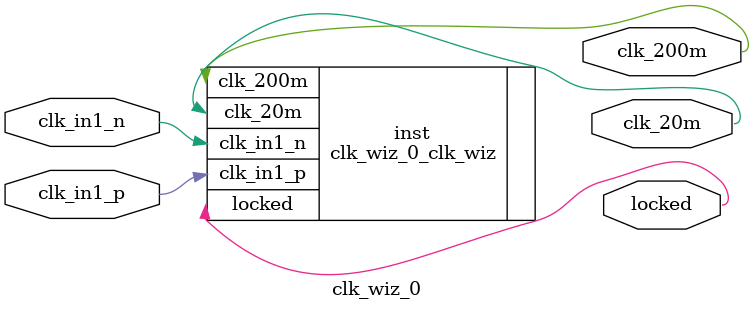
<source format=v>


`timescale 1ps/1ps

(* CORE_GENERATION_INFO = "clk_wiz_0,clk_wiz_v6_0_4_0_0,{component_name=clk_wiz_0,use_phase_alignment=false,use_min_o_jitter=false,use_max_i_jitter=false,use_dyn_phase_shift=false,use_inclk_switchover=false,use_dyn_reconfig=false,enable_axi=0,feedback_source=FDBK_AUTO,PRIMITIVE=MMCM,num_out_clk=2,clkin1_period=20.000,clkin2_period=10.0,use_power_down=false,use_reset=false,use_locked=true,use_inclk_stopped=false,feedback_type=SINGLE,CLOCK_MGR_TYPE=NA,manual_override=false}" *)

module clk_wiz_0 
 (
  // Clock out ports
  output        clk_200m,
  output        clk_20m,
  // Status and control signals
  output        locked,
 // Clock in ports
  input         clk_in1_p,
  input         clk_in1_n
 );

  clk_wiz_0_clk_wiz inst
  (
  // Clock out ports  
  .clk_200m(clk_200m),
  .clk_20m(clk_20m),
  // Status and control signals               
  .locked(locked),
 // Clock in ports
  .clk_in1_p(clk_in1_p),
  .clk_in1_n(clk_in1_n)
  );

endmodule

</source>
